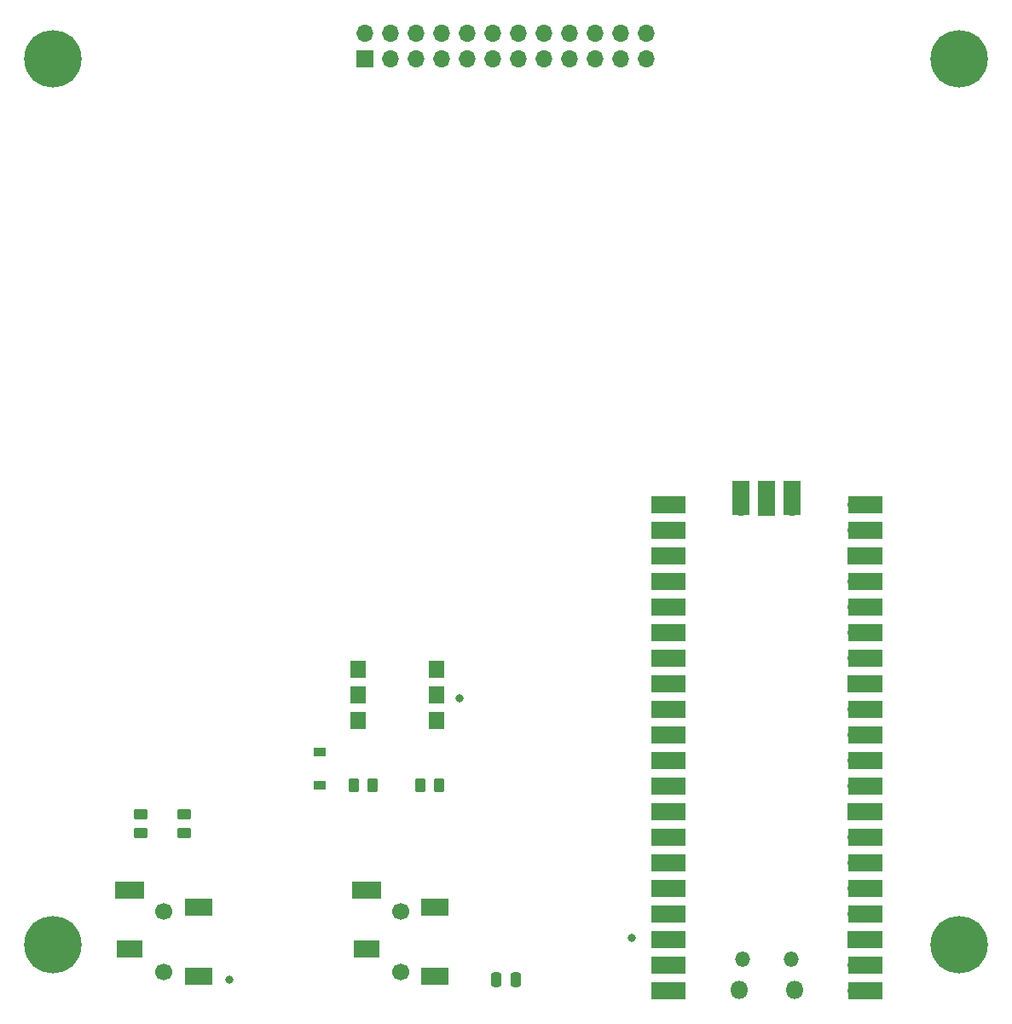
<source format=gbr>
%TF.GenerationSoftware,KiCad,Pcbnew,(6.0.7)*%
%TF.CreationDate,2022-08-05T22:04:18-07:00*%
%TF.ProjectId,d70-buddy-main-board,6437302d-6275-4646-9479-2d6d61696e2d,rev?*%
%TF.SameCoordinates,Original*%
%TF.FileFunction,Soldermask,Top*%
%TF.FilePolarity,Negative*%
%FSLAX46Y46*%
G04 Gerber Fmt 4.6, Leading zero omitted, Abs format (unit mm)*
G04 Created by KiCad (PCBNEW (6.0.7)) date 2022-08-05 22:04:18*
%MOMM*%
%LPD*%
G01*
G04 APERTURE LIST*
G04 Aperture macros list*
%AMRoundRect*
0 Rectangle with rounded corners*
0 $1 Rounding radius*
0 $2 $3 $4 $5 $6 $7 $8 $9 X,Y pos of 4 corners*
0 Add a 4 corners polygon primitive as box body*
4,1,4,$2,$3,$4,$5,$6,$7,$8,$9,$2,$3,0*
0 Add four circle primitives for the rounded corners*
1,1,$1+$1,$2,$3*
1,1,$1+$1,$4,$5*
1,1,$1+$1,$6,$7*
1,1,$1+$1,$8,$9*
0 Add four rect primitives between the rounded corners*
20,1,$1+$1,$2,$3,$4,$5,0*
20,1,$1+$1,$4,$5,$6,$7,0*
20,1,$1+$1,$6,$7,$8,$9,0*
20,1,$1+$1,$8,$9,$2,$3,0*%
G04 Aperture macros list end*
%ADD10R,1.200000X0.900000*%
%ADD11C,5.700000*%
%ADD12RoundRect,0.250000X-0.262500X-0.450000X0.262500X-0.450000X0.262500X0.450000X-0.262500X0.450000X0*%
%ADD13RoundRect,0.250000X0.450000X-0.262500X0.450000X0.262500X-0.450000X0.262500X-0.450000X-0.262500X0*%
%ADD14RoundRect,0.250000X-0.450000X0.262500X-0.450000X-0.262500X0.450000X-0.262500X0.450000X0.262500X0*%
%ADD15RoundRect,0.250000X-0.250000X-0.475000X0.250000X-0.475000X0.250000X0.475000X-0.250000X0.475000X0*%
%ADD16R,1.700000X1.700000*%
%ADD17O,1.700000X1.700000*%
%ADD18O,1.800000X1.800000*%
%ADD19O,1.500000X1.500000*%
%ADD20R,3.500000X1.700000*%
%ADD21R,1.700000X3.500000*%
%ADD22R,1.560000X1.780000*%
%ADD23R,1.520000X1.780000*%
%ADD24C,1.700000*%
%ADD25R,2.800000X1.800000*%
%ADD26R,2.500000X1.800000*%
%ADD27R,3.000000X1.800000*%
%ADD28C,0.800000*%
G04 APERTURE END LIST*
D10*
%TO.C,D1*%
X96000000Y-122650000D03*
X96000000Y-119350000D03*
%TD*%
D11*
%TO.C,H1*%
X69500000Y-50490000D03*
%TD*%
%TO.C,H2*%
X159500000Y-50510000D03*
%TD*%
%TO.C,H4*%
X159500000Y-138510000D03*
%TD*%
%TO.C,H3*%
X69500000Y-138490000D03*
%TD*%
D12*
%TO.C,R5*%
X106021500Y-122682000D03*
X107846500Y-122682000D03*
%TD*%
%TO.C,R4*%
X99417500Y-122682000D03*
X101242500Y-122682000D03*
%TD*%
D13*
%TO.C,R2*%
X82550000Y-127404500D03*
X82550000Y-125579500D03*
%TD*%
D14*
%TO.C,R1*%
X78232000Y-125579500D03*
X78232000Y-127404500D03*
%TD*%
D15*
%TO.C,C1*%
X113550000Y-142000000D03*
X115450000Y-142000000D03*
%TD*%
D16*
%TO.C,J3*%
X100500000Y-50500000D03*
D17*
X100500000Y-47960000D03*
X103040000Y-50500000D03*
X103040000Y-47960000D03*
X105580000Y-50500000D03*
X105580000Y-47960000D03*
X108120000Y-50500000D03*
X108120000Y-47960000D03*
X110660000Y-50500000D03*
X110660000Y-47960000D03*
X113200000Y-50500000D03*
X113200000Y-47960000D03*
X115740000Y-50500000D03*
X115740000Y-47960000D03*
X118280000Y-50500000D03*
X118280000Y-47960000D03*
X120820000Y-50500000D03*
X120820000Y-47960000D03*
X123360000Y-50500000D03*
X123360000Y-47960000D03*
X125900000Y-50500000D03*
X125900000Y-47960000D03*
X128440000Y-50500000D03*
X128440000Y-47960000D03*
%TD*%
D18*
%TO.C,U2*%
X143125000Y-142970000D03*
D19*
X142825000Y-139940000D03*
X137975000Y-139940000D03*
D18*
X137675000Y-142970000D03*
D17*
X149290000Y-143100000D03*
D20*
X150190000Y-143100000D03*
X150190000Y-140560000D03*
D17*
X149290000Y-140560000D03*
D20*
X150190000Y-138020000D03*
D16*
X149290000Y-138020000D03*
D20*
X150190000Y-135480000D03*
D17*
X149290000Y-135480000D03*
D20*
X150190000Y-132940000D03*
D17*
X149290000Y-132940000D03*
D20*
X150190000Y-130400000D03*
D17*
X149290000Y-130400000D03*
D20*
X150190000Y-127860000D03*
D17*
X149290000Y-127860000D03*
D20*
X150190000Y-125320000D03*
D16*
X149290000Y-125320000D03*
D20*
X150190000Y-122780000D03*
D17*
X149290000Y-122780000D03*
X149290000Y-120240000D03*
D20*
X150190000Y-120240000D03*
X150190000Y-117700000D03*
D17*
X149290000Y-117700000D03*
X149290000Y-115160000D03*
D20*
X150190000Y-115160000D03*
X150190000Y-112620000D03*
D16*
X149290000Y-112620000D03*
D17*
X149290000Y-110080000D03*
D20*
X150190000Y-110080000D03*
X150190000Y-107540000D03*
D17*
X149290000Y-107540000D03*
X149290000Y-105000000D03*
D20*
X150190000Y-105000000D03*
D17*
X149290000Y-102460000D03*
D20*
X150190000Y-102460000D03*
X150190000Y-99920000D03*
D16*
X149290000Y-99920000D03*
D20*
X150190000Y-97380000D03*
D17*
X149290000Y-97380000D03*
X149290000Y-94840000D03*
D20*
X150190000Y-94840000D03*
D17*
X131510000Y-94840000D03*
D20*
X130610000Y-94840000D03*
X130610000Y-97380000D03*
D17*
X131510000Y-97380000D03*
D16*
X131510000Y-99920000D03*
D20*
X130610000Y-99920000D03*
D17*
X131510000Y-102460000D03*
D20*
X130610000Y-102460000D03*
X130610000Y-105000000D03*
D17*
X131510000Y-105000000D03*
X131510000Y-107540000D03*
D20*
X130610000Y-107540000D03*
X130610000Y-110080000D03*
D17*
X131510000Y-110080000D03*
D20*
X130610000Y-112620000D03*
D16*
X131510000Y-112620000D03*
D20*
X130610000Y-115160000D03*
D17*
X131510000Y-115160000D03*
X131510000Y-117700000D03*
D20*
X130610000Y-117700000D03*
D17*
X131510000Y-120240000D03*
D20*
X130610000Y-120240000D03*
X130610000Y-122780000D03*
D17*
X131510000Y-122780000D03*
D20*
X130610000Y-125320000D03*
D16*
X131510000Y-125320000D03*
D17*
X131510000Y-127860000D03*
D20*
X130610000Y-127860000D03*
D17*
X131510000Y-130400000D03*
D20*
X130610000Y-130400000D03*
X130610000Y-132940000D03*
D17*
X131510000Y-132940000D03*
D20*
X130610000Y-135480000D03*
D17*
X131510000Y-135480000D03*
D20*
X130610000Y-138020000D03*
D16*
X131510000Y-138020000D03*
D20*
X130610000Y-140560000D03*
D17*
X131510000Y-140560000D03*
D20*
X130610000Y-143100000D03*
D17*
X131510000Y-143100000D03*
D21*
X142940000Y-94170000D03*
D17*
X142940000Y-95070000D03*
D21*
X140400000Y-94170000D03*
D16*
X140400000Y-95070000D03*
D17*
X137860000Y-95070000D03*
D21*
X137860000Y-94170000D03*
%TD*%
D22*
%TO.C,U1*%
X99855000Y-111110000D03*
X99855000Y-113650000D03*
X99855000Y-116190000D03*
X107605000Y-116190000D03*
X107605000Y-113650000D03*
D23*
X107605000Y-111110000D03*
%TD*%
D24*
%TO.C,J1*%
X104050000Y-135210000D03*
X104050000Y-141210000D03*
D25*
X107450000Y-141660000D03*
X107450000Y-134760000D03*
D26*
X100650000Y-138910000D03*
D27*
X100650000Y-133110000D03*
%TD*%
D24*
%TO.C,J2*%
X80550000Y-135210000D03*
X80550000Y-141210000D03*
D25*
X83950000Y-141660000D03*
X83950000Y-134760000D03*
D26*
X77150000Y-138910000D03*
D27*
X77150000Y-133110000D03*
%TD*%
D28*
X87000000Y-142000000D03*
X109900000Y-114020000D03*
X127030000Y-137800000D03*
M02*

</source>
